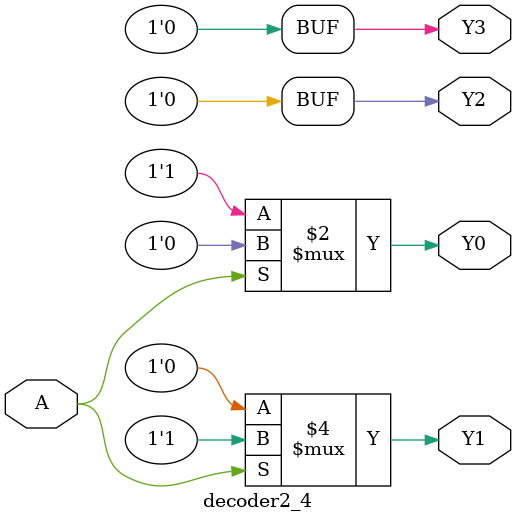
<source format=v>


module decoder2_4 (
    input wire A,
    output wire Y0, Y1, Y2, Y3
);

assign Y0 = (A == 2'b00) ? 1'b1 : 1'b0;
assign Y1 = (A == 2'b01) ? 1'b1 : 1'b0;
assign Y2 = (A == 2'b10) ? 1'b1 : 1'b0;
assign Y3 = (A == 2'b11) ? 1'b1 : 1'b0;

endmodule

</source>
